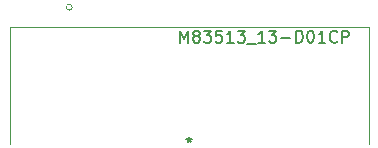
<source format=gbr>
%TF.GenerationSoftware,KiCad,Pcbnew,(5.1.10)-1*%
%TF.CreationDate,2021-10-08T16:04:22-07:00*%
%TF.ProjectId,Dsub_Bondpad_1Layer,44737562-5f42-46f6-9e64-7061645f314c,1*%
%TF.SameCoordinates,Original*%
%TF.FileFunction,Legend,Top*%
%TF.FilePolarity,Positive*%
%FSLAX46Y46*%
G04 Gerber Fmt 4.6, Leading zero omitted, Abs format (unit mm)*
G04 Created by KiCad (PCBNEW (5.1.10)-1) date 2021-10-08 16:04:22*
%MOMM*%
%LPD*%
G01*
G04 APERTURE LIST*
%ADD10C,0.120000*%
%ADD11C,0.150000*%
G04 APERTURE END LIST*
D10*
X136144000Y-124841000D02*
G75*
G03*
X136144000Y-124841000I-254000J0D01*
G01*
%TO.C,J1*%
X161251900Y-136398000D02*
X161251900Y-126492000D01*
X130848100Y-126492000D02*
X130848100Y-136398000D01*
X161251900Y-126492000D02*
X130848100Y-126492000D01*
D11*
X145280952Y-127833380D02*
X145280952Y-126833380D01*
X145614285Y-127547666D01*
X145947619Y-126833380D01*
X145947619Y-127833380D01*
X146566666Y-127261952D02*
X146471428Y-127214333D01*
X146423809Y-127166714D01*
X146376190Y-127071476D01*
X146376190Y-127023857D01*
X146423809Y-126928619D01*
X146471428Y-126881000D01*
X146566666Y-126833380D01*
X146757142Y-126833380D01*
X146852380Y-126881000D01*
X146900000Y-126928619D01*
X146947619Y-127023857D01*
X146947619Y-127071476D01*
X146900000Y-127166714D01*
X146852380Y-127214333D01*
X146757142Y-127261952D01*
X146566666Y-127261952D01*
X146471428Y-127309571D01*
X146423809Y-127357190D01*
X146376190Y-127452428D01*
X146376190Y-127642904D01*
X146423809Y-127738142D01*
X146471428Y-127785761D01*
X146566666Y-127833380D01*
X146757142Y-127833380D01*
X146852380Y-127785761D01*
X146900000Y-127738142D01*
X146947619Y-127642904D01*
X146947619Y-127452428D01*
X146900000Y-127357190D01*
X146852380Y-127309571D01*
X146757142Y-127261952D01*
X147280952Y-126833380D02*
X147900000Y-126833380D01*
X147566666Y-127214333D01*
X147709523Y-127214333D01*
X147804761Y-127261952D01*
X147852380Y-127309571D01*
X147900000Y-127404809D01*
X147900000Y-127642904D01*
X147852380Y-127738142D01*
X147804761Y-127785761D01*
X147709523Y-127833380D01*
X147423809Y-127833380D01*
X147328571Y-127785761D01*
X147280952Y-127738142D01*
X148804761Y-126833380D02*
X148328571Y-126833380D01*
X148280952Y-127309571D01*
X148328571Y-127261952D01*
X148423809Y-127214333D01*
X148661904Y-127214333D01*
X148757142Y-127261952D01*
X148804761Y-127309571D01*
X148852380Y-127404809D01*
X148852380Y-127642904D01*
X148804761Y-127738142D01*
X148757142Y-127785761D01*
X148661904Y-127833380D01*
X148423809Y-127833380D01*
X148328571Y-127785761D01*
X148280952Y-127738142D01*
X149804761Y-127833380D02*
X149233333Y-127833380D01*
X149519047Y-127833380D02*
X149519047Y-126833380D01*
X149423809Y-126976238D01*
X149328571Y-127071476D01*
X149233333Y-127119095D01*
X150138095Y-126833380D02*
X150757142Y-126833380D01*
X150423809Y-127214333D01*
X150566666Y-127214333D01*
X150661904Y-127261952D01*
X150709523Y-127309571D01*
X150757142Y-127404809D01*
X150757142Y-127642904D01*
X150709523Y-127738142D01*
X150661904Y-127785761D01*
X150566666Y-127833380D01*
X150280952Y-127833380D01*
X150185714Y-127785761D01*
X150138095Y-127738142D01*
X150947619Y-127928619D02*
X151709523Y-127928619D01*
X152471428Y-127833380D02*
X151900000Y-127833380D01*
X152185714Y-127833380D02*
X152185714Y-126833380D01*
X152090476Y-126976238D01*
X151995238Y-127071476D01*
X151900000Y-127119095D01*
X152804761Y-126833380D02*
X153423809Y-126833380D01*
X153090476Y-127214333D01*
X153233333Y-127214333D01*
X153328571Y-127261952D01*
X153376190Y-127309571D01*
X153423809Y-127404809D01*
X153423809Y-127642904D01*
X153376190Y-127738142D01*
X153328571Y-127785761D01*
X153233333Y-127833380D01*
X152947619Y-127833380D01*
X152852380Y-127785761D01*
X152804761Y-127738142D01*
X153852380Y-127452428D02*
X154614285Y-127452428D01*
X155090476Y-127833380D02*
X155090476Y-126833380D01*
X155328571Y-126833380D01*
X155471428Y-126881000D01*
X155566666Y-126976238D01*
X155614285Y-127071476D01*
X155661904Y-127261952D01*
X155661904Y-127404809D01*
X155614285Y-127595285D01*
X155566666Y-127690523D01*
X155471428Y-127785761D01*
X155328571Y-127833380D01*
X155090476Y-127833380D01*
X156280952Y-126833380D02*
X156376190Y-126833380D01*
X156471428Y-126881000D01*
X156519047Y-126928619D01*
X156566666Y-127023857D01*
X156614285Y-127214333D01*
X156614285Y-127452428D01*
X156566666Y-127642904D01*
X156519047Y-127738142D01*
X156471428Y-127785761D01*
X156376190Y-127833380D01*
X156280952Y-127833380D01*
X156185714Y-127785761D01*
X156138095Y-127738142D01*
X156090476Y-127642904D01*
X156042857Y-127452428D01*
X156042857Y-127214333D01*
X156090476Y-127023857D01*
X156138095Y-126928619D01*
X156185714Y-126881000D01*
X156280952Y-126833380D01*
X157566666Y-127833380D02*
X156995238Y-127833380D01*
X157280952Y-127833380D02*
X157280952Y-126833380D01*
X157185714Y-126976238D01*
X157090476Y-127071476D01*
X156995238Y-127119095D01*
X158566666Y-127738142D02*
X158519047Y-127785761D01*
X158376190Y-127833380D01*
X158280952Y-127833380D01*
X158138095Y-127785761D01*
X158042857Y-127690523D01*
X157995238Y-127595285D01*
X157947619Y-127404809D01*
X157947619Y-127261952D01*
X157995238Y-127071476D01*
X158042857Y-126976238D01*
X158138095Y-126881000D01*
X158280952Y-126833380D01*
X158376190Y-126833380D01*
X158519047Y-126881000D01*
X158566666Y-126928619D01*
X158995238Y-127833380D02*
X158995238Y-126833380D01*
X159376190Y-126833380D01*
X159471428Y-126881000D01*
X159519047Y-126928619D01*
X159566666Y-127023857D01*
X159566666Y-127166714D01*
X159519047Y-127261952D01*
X159471428Y-127309571D01*
X159376190Y-127357190D01*
X158995238Y-127357190D01*
X146050000Y-135850380D02*
X146050000Y-136088476D01*
X145811904Y-135993238D02*
X146050000Y-136088476D01*
X146288095Y-135993238D01*
X145907142Y-136278952D02*
X146050000Y-136088476D01*
X146192857Y-136278952D01*
%TD*%
M02*

</source>
